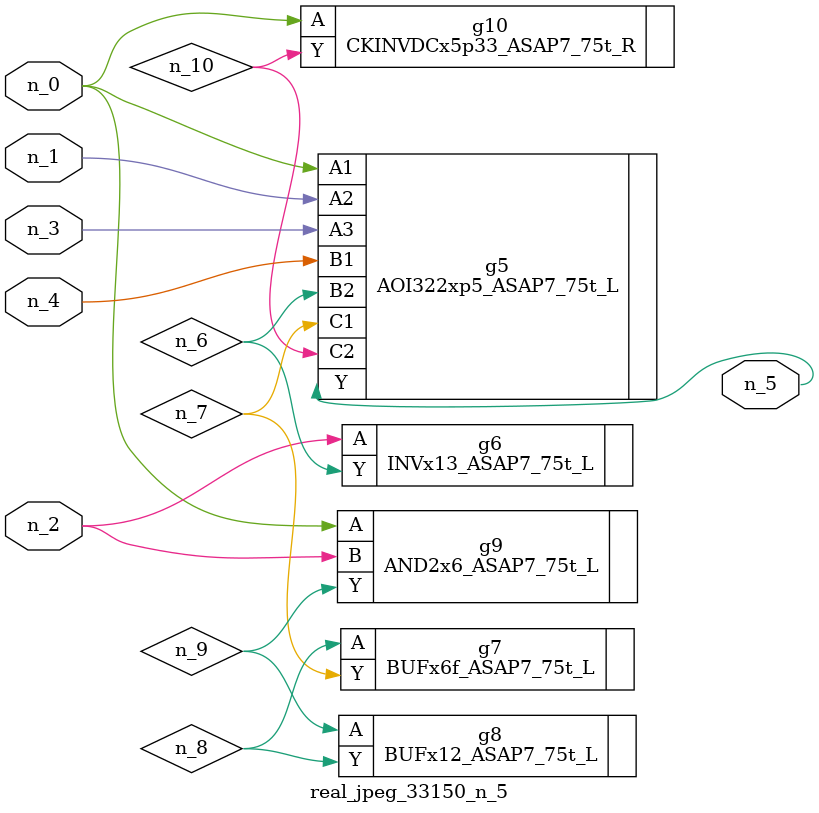
<source format=v>
module real_jpeg_33150_n_5 (n_4, n_0, n_1, n_2, n_3, n_5);

input n_4;
input n_0;
input n_1;
input n_2;
input n_3;

output n_5;

wire n_8;
wire n_6;
wire n_7;
wire n_10;
wire n_9;

AOI322xp5_ASAP7_75t_L g5 ( 
.A1(n_0),
.A2(n_1),
.A3(n_3),
.B1(n_4),
.B2(n_6),
.C1(n_7),
.C2(n_10),
.Y(n_5)
);

AND2x6_ASAP7_75t_L g9 ( 
.A(n_0),
.B(n_2),
.Y(n_9)
);

CKINVDCx5p33_ASAP7_75t_R g10 ( 
.A(n_0),
.Y(n_10)
);

INVx13_ASAP7_75t_L g6 ( 
.A(n_2),
.Y(n_6)
);

BUFx6f_ASAP7_75t_L g7 ( 
.A(n_8),
.Y(n_7)
);

BUFx12_ASAP7_75t_L g8 ( 
.A(n_9),
.Y(n_8)
);


endmodule
</source>
